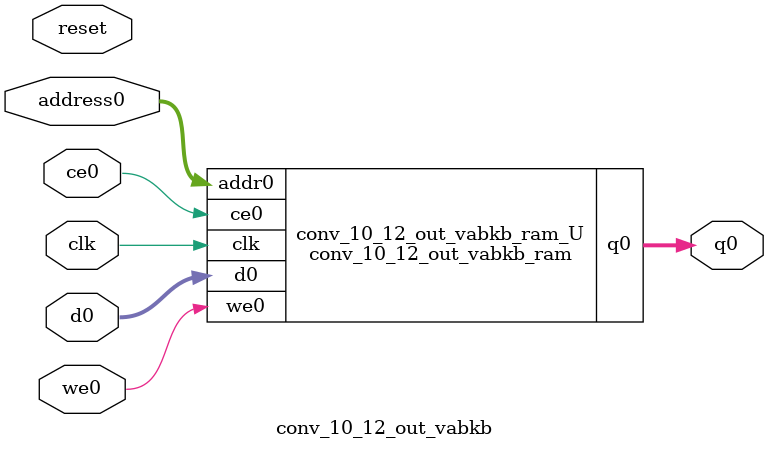
<source format=v>

`timescale 1 ns / 1 ps
module conv_10_12_out_vabkb_ram (addr0, ce0, d0, we0, q0,  clk);

parameter DWIDTH = 16;
parameter AWIDTH = 5;
parameter MEM_SIZE = 32;

input[AWIDTH-1:0] addr0;
input ce0;
input[DWIDTH-1:0] d0;
input we0;
output reg[DWIDTH-1:0] q0;
input clk;

(* ram_style = "distributed" *)reg [DWIDTH-1:0] ram[0:MEM_SIZE-1];




always @(posedge clk)  
begin 
    if (ce0) 
    begin
        if (we0) 
        begin 
            ram[addr0] <= d0; 
            q0 <= d0;
        end 
        else 
            q0 <= ram[addr0];
    end
end


endmodule


`timescale 1 ns / 1 ps
module conv_10_12_out_vabkb(
    reset,
    clk,
    address0,
    ce0,
    we0,
    d0,
    q0);

parameter DataWidth = 32'd16;
parameter AddressRange = 32'd32;
parameter AddressWidth = 32'd5;
input reset;
input clk;
input[AddressWidth - 1:0] address0;
input ce0;
input we0;
input[DataWidth - 1:0] d0;
output[DataWidth - 1:0] q0;



conv_10_12_out_vabkb_ram conv_10_12_out_vabkb_ram_U(
    .clk( clk ),
    .addr0( address0 ),
    .ce0( ce0 ),
    .d0( d0 ),
    .we0( we0 ),
    .q0( q0 ));

endmodule


</source>
